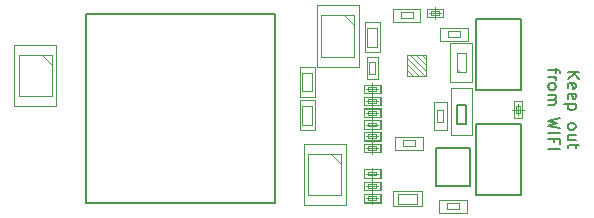
<source format=gbr>
G04 #@! TF.GenerationSoftware,KiCad,Pcbnew,(5.1.4)-1*
G04 #@! TF.CreationDate,2019-11-17T19:28:04+01:00*
G04 #@! TF.ProjectId,Open_Telemetry_digitalSensorShield,4f70656e-5f54-4656-9c65-6d657472795f,P1A - Prototype manuf.*
G04 #@! TF.SameCoordinates,Original*
G04 #@! TF.FileFunction,Drawing*
%FSLAX46Y46*%
G04 Gerber Fmt 4.6, Leading zero omitted, Abs format (unit mm)*
G04 Created by KiCad (PCBNEW (5.1.4)-1) date 2019-11-17 19:28:04*
%MOMM*%
%LPD*%
G04 APERTURE LIST*
%ADD10C,0.150000*%
%ADD11C,0.200000*%
%ADD12C,0.001000*%
%ADD13C,0.050000*%
%ADD14C,0.100000*%
G04 APERTURE END LIST*
D10*
X262056119Y-140367142D02*
X263056119Y-140367142D01*
X262056119Y-140938571D02*
X262627547Y-140510000D01*
X263056119Y-140938571D02*
X262484690Y-140367142D01*
X262103738Y-141748095D02*
X262056119Y-141652857D01*
X262056119Y-141462380D01*
X262103738Y-141367142D01*
X262198976Y-141319523D01*
X262579928Y-141319523D01*
X262675166Y-141367142D01*
X262722785Y-141462380D01*
X262722785Y-141652857D01*
X262675166Y-141748095D01*
X262579928Y-141795714D01*
X262484690Y-141795714D01*
X262389452Y-141319523D01*
X262103738Y-142605238D02*
X262056119Y-142510000D01*
X262056119Y-142319523D01*
X262103738Y-142224285D01*
X262198976Y-142176666D01*
X262579928Y-142176666D01*
X262675166Y-142224285D01*
X262722785Y-142319523D01*
X262722785Y-142510000D01*
X262675166Y-142605238D01*
X262579928Y-142652857D01*
X262484690Y-142652857D01*
X262389452Y-142176666D01*
X262722785Y-143081428D02*
X261722785Y-143081428D01*
X262675166Y-143081428D02*
X262722785Y-143176666D01*
X262722785Y-143367142D01*
X262675166Y-143462380D01*
X262627547Y-143510000D01*
X262532309Y-143557619D01*
X262246595Y-143557619D01*
X262151357Y-143510000D01*
X262103738Y-143462380D01*
X262056119Y-143367142D01*
X262056119Y-143176666D01*
X262103738Y-143081428D01*
X262056119Y-144890952D02*
X262103738Y-144795714D01*
X262151357Y-144748095D01*
X262246595Y-144700476D01*
X262532309Y-144700476D01*
X262627547Y-144748095D01*
X262675166Y-144795714D01*
X262722785Y-144890952D01*
X262722785Y-145033809D01*
X262675166Y-145129047D01*
X262627547Y-145176666D01*
X262532309Y-145224285D01*
X262246595Y-145224285D01*
X262151357Y-145176666D01*
X262103738Y-145129047D01*
X262056119Y-145033809D01*
X262056119Y-144890952D01*
X262722785Y-146081428D02*
X262056119Y-146081428D01*
X262722785Y-145652857D02*
X262198976Y-145652857D01*
X262103738Y-145700476D01*
X262056119Y-145795714D01*
X262056119Y-145938571D01*
X262103738Y-146033809D01*
X262151357Y-146081428D01*
X262722785Y-146414761D02*
X262722785Y-146795714D01*
X263056119Y-146557619D02*
X262198976Y-146557619D01*
X262103738Y-146605238D01*
X262056119Y-146700476D01*
X262056119Y-146795714D01*
X261072785Y-140033809D02*
X261072785Y-140414761D01*
X260406119Y-140176666D02*
X261263261Y-140176666D01*
X261358500Y-140224285D01*
X261406119Y-140319523D01*
X261406119Y-140414761D01*
X260406119Y-140748095D02*
X261072785Y-140748095D01*
X260882309Y-140748095D02*
X260977547Y-140795714D01*
X261025166Y-140843333D01*
X261072785Y-140938571D01*
X261072785Y-141033809D01*
X260406119Y-141510000D02*
X260453738Y-141414761D01*
X260501357Y-141367142D01*
X260596595Y-141319523D01*
X260882309Y-141319523D01*
X260977547Y-141367142D01*
X261025166Y-141414761D01*
X261072785Y-141510000D01*
X261072785Y-141652857D01*
X261025166Y-141748095D01*
X260977547Y-141795714D01*
X260882309Y-141843333D01*
X260596595Y-141843333D01*
X260501357Y-141795714D01*
X260453738Y-141748095D01*
X260406119Y-141652857D01*
X260406119Y-141510000D01*
X260406119Y-142271904D02*
X261072785Y-142271904D01*
X260977547Y-142271904D02*
X261025166Y-142319523D01*
X261072785Y-142414761D01*
X261072785Y-142557619D01*
X261025166Y-142652857D01*
X260929928Y-142700476D01*
X260406119Y-142700476D01*
X260929928Y-142700476D02*
X261025166Y-142748095D01*
X261072785Y-142843333D01*
X261072785Y-142986190D01*
X261025166Y-143081428D01*
X260929928Y-143129047D01*
X260406119Y-143129047D01*
X261406119Y-144271904D02*
X260406119Y-144510000D01*
X261120404Y-144700476D01*
X260406119Y-144890952D01*
X261406119Y-145129047D01*
X260406119Y-145510000D02*
X261406119Y-145510000D01*
X260929928Y-146319523D02*
X260929928Y-145986190D01*
X260406119Y-145986190D02*
X261406119Y-145986190D01*
X261406119Y-146462380D01*
X260406119Y-146843333D02*
X261406119Y-146843333D01*
D11*
X254314880Y-150769580D02*
X254314880Y-144769580D01*
X254314880Y-144769580D02*
X258114880Y-144769580D01*
X258114880Y-144769580D02*
X258114880Y-150769580D01*
X258114880Y-150769580D02*
X254314880Y-150769580D01*
X254314880Y-141907520D02*
X254314880Y-135907520D01*
X254314880Y-135907520D02*
X258114880Y-135907520D01*
X258114880Y-135907520D02*
X258114880Y-141907520D01*
X258114880Y-141907520D02*
X254314880Y-141907520D01*
D12*
X245815000Y-141635000D02*
X245185000Y-141635000D01*
X245185000Y-141635000D02*
X245185000Y-141965000D01*
X245185000Y-141965000D02*
X245815000Y-141965000D01*
X245815000Y-141965000D02*
X245815000Y-141635000D01*
D13*
X246210000Y-141440000D02*
X244790000Y-141440000D01*
X244790000Y-141440000D02*
X244790000Y-142160000D01*
X244790000Y-142160000D02*
X246210000Y-142160000D01*
X246210000Y-142160000D02*
X246210000Y-141440000D01*
X245500000Y-141300000D02*
X245500000Y-142300000D01*
X246000000Y-141800000D02*
X245000000Y-141800000D01*
D14*
X246200000Y-141450000D02*
X244800000Y-141450000D01*
X244800000Y-141450000D02*
X244800000Y-142150000D01*
X244800000Y-142150000D02*
X246200000Y-142150000D01*
X246200000Y-142150000D02*
X246200000Y-141450000D01*
D11*
X221289000Y-135408000D02*
X237289000Y-135408000D01*
X237289000Y-135408000D02*
X237289000Y-151408000D01*
X237289000Y-151408000D02*
X221289000Y-151408000D01*
X221289000Y-151408000D02*
X221289000Y-135408000D01*
D13*
X247245000Y-135010000D02*
X249595000Y-135010000D01*
X249595000Y-135010000D02*
X249595000Y-136110000D01*
X249595000Y-136110000D02*
X247245000Y-136110000D01*
X247245000Y-136110000D02*
X247245000Y-135010000D01*
D14*
X247920000Y-135310000D02*
X248920000Y-135310000D01*
X248920000Y-135310000D02*
X248920000Y-135810000D01*
X248920000Y-135810000D02*
X247920000Y-135810000D01*
X247920000Y-135810000D02*
X247920000Y-135310000D01*
D13*
X247422420Y-145840360D02*
X249772420Y-145840360D01*
X249772420Y-145840360D02*
X249772420Y-146940360D01*
X249772420Y-146940360D02*
X247422420Y-146940360D01*
X247422420Y-146940360D02*
X247422420Y-145840360D01*
D14*
X248097420Y-146140360D02*
X249097420Y-146140360D01*
X249097420Y-146140360D02*
X249097420Y-146640360D01*
X249097420Y-146640360D02*
X248097420Y-146640360D01*
X248097420Y-146640360D02*
X248097420Y-146140360D01*
D12*
X245815000Y-150885000D02*
X245185000Y-150885000D01*
X245185000Y-150885000D02*
X245185000Y-151215000D01*
X245185000Y-151215000D02*
X245815000Y-151215000D01*
X245815000Y-151215000D02*
X245815000Y-150885000D01*
D13*
X246210000Y-150690000D02*
X244790000Y-150690000D01*
X244790000Y-150690000D02*
X244790000Y-151410000D01*
X244790000Y-151410000D02*
X246210000Y-151410000D01*
X246210000Y-151410000D02*
X246210000Y-150690000D01*
X245500000Y-150550000D02*
X245500000Y-151550000D01*
X246000000Y-151050000D02*
X245000000Y-151050000D01*
D14*
X246200000Y-150700000D02*
X244800000Y-150700000D01*
X244800000Y-150700000D02*
X244800000Y-151400000D01*
X244800000Y-151400000D02*
X246200000Y-151400000D01*
X246200000Y-151400000D02*
X246200000Y-150700000D01*
D12*
X258005000Y-143845000D02*
X258005000Y-143215000D01*
X258005000Y-143215000D02*
X257675000Y-143215000D01*
X257675000Y-143215000D02*
X257675000Y-143845000D01*
X257675000Y-143845000D02*
X258005000Y-143845000D01*
D13*
X258200000Y-144240000D02*
X258200000Y-142820000D01*
X258200000Y-142820000D02*
X257480000Y-142820000D01*
X257480000Y-142820000D02*
X257480000Y-144240000D01*
X257480000Y-144240000D02*
X258200000Y-144240000D01*
X258340000Y-143530000D02*
X257340000Y-143530000D01*
X257840000Y-144030000D02*
X257840000Y-143030000D01*
D14*
X258190000Y-144230000D02*
X258190000Y-142830000D01*
X258190000Y-142830000D02*
X257490000Y-142830000D01*
X257490000Y-142830000D02*
X257490000Y-144230000D01*
X257490000Y-144230000D02*
X258190000Y-144230000D01*
D13*
X251145000Y-151150000D02*
X253495000Y-151150000D01*
X253495000Y-151150000D02*
X253495000Y-152250000D01*
X253495000Y-152250000D02*
X251145000Y-152250000D01*
X251145000Y-152250000D02*
X251145000Y-151150000D01*
D14*
X251820000Y-151450000D02*
X252820000Y-151450000D01*
X252820000Y-151450000D02*
X252820000Y-151950000D01*
X252820000Y-151950000D02*
X251820000Y-151950000D01*
X251820000Y-151950000D02*
X251820000Y-151450000D01*
D13*
X251800000Y-142925000D02*
X251800000Y-145275000D01*
X251800000Y-145275000D02*
X250700000Y-145275000D01*
X250700000Y-145275000D02*
X250700000Y-142925000D01*
X250700000Y-142925000D02*
X251800000Y-142925000D01*
D14*
X251500000Y-143600000D02*
X251500000Y-144600000D01*
X251500000Y-144600000D02*
X251000000Y-144600000D01*
X251000000Y-144600000D02*
X251000000Y-143600000D01*
X251000000Y-143600000D02*
X251500000Y-143600000D01*
D12*
X250515000Y-135535000D02*
X251145000Y-135535000D01*
X251145000Y-135535000D02*
X251145000Y-135205000D01*
X251145000Y-135205000D02*
X250515000Y-135205000D01*
X250515000Y-135205000D02*
X250515000Y-135535000D01*
D13*
X250120000Y-135730000D02*
X251540000Y-135730000D01*
X251540000Y-135730000D02*
X251540000Y-135010000D01*
X251540000Y-135010000D02*
X250120000Y-135010000D01*
X250120000Y-135010000D02*
X250120000Y-135730000D01*
X250830000Y-135870000D02*
X250830000Y-134870000D01*
X250330000Y-135370000D02*
X251330000Y-135370000D01*
D14*
X250130000Y-135720000D02*
X251530000Y-135720000D01*
X251530000Y-135720000D02*
X251530000Y-135020000D01*
X251530000Y-135020000D02*
X250130000Y-135020000D01*
X250130000Y-135020000D02*
X250130000Y-135720000D01*
D12*
X245185000Y-145965000D02*
X245815000Y-145965000D01*
X245815000Y-145965000D02*
X245815000Y-145635000D01*
X245815000Y-145635000D02*
X245185000Y-145635000D01*
X245185000Y-145635000D02*
X245185000Y-145965000D01*
D13*
X244790000Y-146160000D02*
X246210000Y-146160000D01*
X246210000Y-146160000D02*
X246210000Y-145440000D01*
X246210000Y-145440000D02*
X244790000Y-145440000D01*
X244790000Y-145440000D02*
X244790000Y-146160000D01*
X245500000Y-146300000D02*
X245500000Y-145300000D01*
X245000000Y-145800000D02*
X246000000Y-145800000D01*
D14*
X244800000Y-146150000D02*
X246200000Y-146150000D01*
X246200000Y-146150000D02*
X246200000Y-145450000D01*
X246200000Y-145450000D02*
X244800000Y-145450000D01*
X244800000Y-145450000D02*
X244800000Y-146150000D01*
D12*
X245185000Y-146965000D02*
X245815000Y-146965000D01*
X245815000Y-146965000D02*
X245815000Y-146635000D01*
X245815000Y-146635000D02*
X245185000Y-146635000D01*
X245185000Y-146635000D02*
X245185000Y-146965000D01*
D13*
X244790000Y-147160000D02*
X246210000Y-147160000D01*
X246210000Y-147160000D02*
X246210000Y-146440000D01*
X246210000Y-146440000D02*
X244790000Y-146440000D01*
X244790000Y-146440000D02*
X244790000Y-147160000D01*
X245500000Y-147300000D02*
X245500000Y-146300000D01*
X245000000Y-146800000D02*
X246000000Y-146800000D01*
D14*
X244800000Y-147150000D02*
X246200000Y-147150000D01*
X246200000Y-147150000D02*
X246200000Y-146450000D01*
X246200000Y-146450000D02*
X244800000Y-146450000D01*
X244800000Y-146450000D02*
X244800000Y-147150000D01*
D12*
X245185000Y-144965000D02*
X245815000Y-144965000D01*
X245815000Y-144965000D02*
X245815000Y-144635000D01*
X245815000Y-144635000D02*
X245185000Y-144635000D01*
X245185000Y-144635000D02*
X245185000Y-144965000D01*
D13*
X244790000Y-145160000D02*
X246210000Y-145160000D01*
X246210000Y-145160000D02*
X246210000Y-144440000D01*
X246210000Y-144440000D02*
X244790000Y-144440000D01*
X244790000Y-144440000D02*
X244790000Y-145160000D01*
X245500000Y-145300000D02*
X245500000Y-144300000D01*
X245000000Y-144800000D02*
X246000000Y-144800000D01*
D14*
X244800000Y-145150000D02*
X246200000Y-145150000D01*
X246200000Y-145150000D02*
X246200000Y-144450000D01*
X246200000Y-144450000D02*
X244800000Y-144450000D01*
X244800000Y-144450000D02*
X244800000Y-145150000D01*
D12*
X245185000Y-143965000D02*
X245815000Y-143965000D01*
X245815000Y-143965000D02*
X245815000Y-143635000D01*
X245815000Y-143635000D02*
X245185000Y-143635000D01*
X245185000Y-143635000D02*
X245185000Y-143965000D01*
D13*
X244790000Y-144160000D02*
X246210000Y-144160000D01*
X246210000Y-144160000D02*
X246210000Y-143440000D01*
X246210000Y-143440000D02*
X244790000Y-143440000D01*
X244790000Y-143440000D02*
X244790000Y-144160000D01*
X245500000Y-144300000D02*
X245500000Y-143300000D01*
X245000000Y-143800000D02*
X246000000Y-143800000D01*
D14*
X244800000Y-144150000D02*
X246200000Y-144150000D01*
X246200000Y-144150000D02*
X246200000Y-143450000D01*
X246200000Y-143450000D02*
X244800000Y-143450000D01*
X244800000Y-143450000D02*
X244800000Y-144150000D01*
D12*
X245185000Y-150165000D02*
X245815000Y-150165000D01*
X245815000Y-150165000D02*
X245815000Y-149835000D01*
X245815000Y-149835000D02*
X245185000Y-149835000D01*
X245185000Y-149835000D02*
X245185000Y-150165000D01*
D13*
X244790000Y-150360000D02*
X246210000Y-150360000D01*
X246210000Y-150360000D02*
X246210000Y-149640000D01*
X246210000Y-149640000D02*
X244790000Y-149640000D01*
X244790000Y-149640000D02*
X244790000Y-150360000D01*
X245500000Y-150500000D02*
X245500000Y-149500000D01*
X245000000Y-150000000D02*
X246000000Y-150000000D01*
D14*
X244800000Y-150350000D02*
X246200000Y-150350000D01*
X246200000Y-150350000D02*
X246200000Y-149650000D01*
X246200000Y-149650000D02*
X244800000Y-149650000D01*
X244800000Y-149650000D02*
X244800000Y-150350000D01*
D13*
X245960000Y-139085000D02*
X245960000Y-140915000D01*
X245960000Y-140915000D02*
X245040000Y-140915000D01*
X245040000Y-140915000D02*
X245040000Y-139085000D01*
X245040000Y-139085000D02*
X245960000Y-139085000D01*
D14*
X245750000Y-139500000D02*
X245750000Y-140500000D01*
X245750000Y-140500000D02*
X245250000Y-140500000D01*
X245250000Y-140500000D02*
X245250000Y-139500000D01*
X245250000Y-139500000D02*
X245750000Y-139500000D01*
X242050000Y-147280000D02*
X242900000Y-148130000D01*
X240100000Y-147280000D02*
X242900000Y-147280000D01*
X240100000Y-150780000D02*
X240100000Y-147280000D01*
X242900000Y-150780000D02*
X240100000Y-150780000D01*
X242900000Y-147280000D02*
X242900000Y-150780000D01*
D13*
X239750000Y-146430000D02*
X243250000Y-146430000D01*
X239750000Y-151630000D02*
X239750000Y-146430000D01*
X243250000Y-151630000D02*
X239750000Y-151630000D01*
X243250000Y-146430000D02*
X243250000Y-151630000D01*
X244350000Y-134700000D02*
X244350000Y-139900000D01*
X244350000Y-139900000D02*
X240850000Y-139900000D01*
X240850000Y-139900000D02*
X240850000Y-134700000D01*
X240850000Y-134700000D02*
X244350000Y-134700000D01*
D14*
X244000000Y-135550000D02*
X244000000Y-139050000D01*
X244000000Y-139050000D02*
X241200000Y-139050000D01*
X241200000Y-139050000D02*
X241200000Y-135550000D01*
X241200000Y-135550000D02*
X244000000Y-135550000D01*
X243150000Y-135550000D02*
X244000000Y-136400000D01*
X217517000Y-138915000D02*
X218367000Y-139765000D01*
X215567000Y-138915000D02*
X218367000Y-138915000D01*
X215567000Y-142415000D02*
X215567000Y-138915000D01*
X218367000Y-142415000D02*
X215567000Y-142415000D01*
X218367000Y-138915000D02*
X218367000Y-142415000D01*
D13*
X215217000Y-138065000D02*
X218717000Y-138065000D01*
X215217000Y-143265000D02*
X215217000Y-138065000D01*
X218717000Y-143265000D02*
X215217000Y-143265000D01*
X218717000Y-138065000D02*
X218717000Y-143265000D01*
D14*
X252927000Y-140348000D02*
X252660000Y-140081000D01*
X253460000Y-140348000D02*
X252660000Y-140348000D01*
X253460000Y-138748000D02*
X253460000Y-140348000D01*
X252660000Y-138748000D02*
X253460000Y-138748000D01*
X252660000Y-140348000D02*
X252660000Y-138748000D01*
D13*
X253985000Y-141223000D02*
X252135000Y-141223000D01*
X253985000Y-137873000D02*
X253985000Y-141223000D01*
X252135000Y-137873000D02*
X253985000Y-137873000D01*
X252135000Y-141223000D02*
X252135000Y-137873000D01*
D14*
X252186000Y-145667000D02*
X252186000Y-141742000D01*
X253986000Y-145667000D02*
X252186000Y-145667000D01*
X253986000Y-141742000D02*
X253986000Y-145667000D01*
X252186000Y-141742000D02*
X253986000Y-141742000D01*
D11*
X252686000Y-144742000D02*
X252686000Y-143142000D01*
X253486000Y-144742000D02*
X252686000Y-144742000D01*
X253486000Y-143142000D02*
X253486000Y-144742000D01*
X252686000Y-143142000D02*
X253486000Y-143142000D01*
D14*
X244800000Y-148600000D02*
X244800000Y-149300000D01*
X246200000Y-148600000D02*
X244800000Y-148600000D01*
X246200000Y-149300000D02*
X246200000Y-148600000D01*
X244800000Y-149300000D02*
X246200000Y-149300000D01*
D13*
X245000000Y-148950000D02*
X246000000Y-148950000D01*
X245500000Y-149450000D02*
X245500000Y-148450000D01*
X244790000Y-148590000D02*
X244790000Y-149310000D01*
X246210000Y-148590000D02*
X244790000Y-148590000D01*
X246210000Y-149310000D02*
X246210000Y-148590000D01*
X244790000Y-149310000D02*
X246210000Y-149310000D01*
D12*
X245185000Y-148785000D02*
X245185000Y-149115000D01*
X245815000Y-148785000D02*
X245185000Y-148785000D01*
X245815000Y-149115000D02*
X245815000Y-148785000D01*
X245185000Y-149115000D02*
X245815000Y-149115000D01*
X245185000Y-142965000D02*
X245815000Y-142965000D01*
X245815000Y-142965000D02*
X245815000Y-142635000D01*
X245815000Y-142635000D02*
X245185000Y-142635000D01*
X245185000Y-142635000D02*
X245185000Y-142965000D01*
D13*
X244790000Y-143160000D02*
X246210000Y-143160000D01*
X246210000Y-143160000D02*
X246210000Y-142440000D01*
X246210000Y-142440000D02*
X244790000Y-142440000D01*
X244790000Y-142440000D02*
X244790000Y-143160000D01*
X245500000Y-143300000D02*
X245500000Y-142300000D01*
X245000000Y-142800000D02*
X246000000Y-142800000D01*
D14*
X244800000Y-143150000D02*
X246200000Y-143150000D01*
X246200000Y-143150000D02*
X246200000Y-142450000D01*
X246200000Y-142450000D02*
X244800000Y-142450000D01*
X244800000Y-142450000D02*
X244800000Y-143150000D01*
D13*
X250071000Y-139267000D02*
X249731000Y-138927000D01*
X250071000Y-139767000D02*
X249231000Y-138927000D01*
X250071000Y-140267000D02*
X248731000Y-138927000D01*
X249981000Y-140677000D02*
X248481000Y-139177000D01*
X249481000Y-140677000D02*
X248481000Y-139677000D01*
X248981000Y-140677000D02*
X248481000Y-140177000D01*
X250071000Y-140677000D02*
X248481000Y-140677000D01*
X248481000Y-138927000D02*
X248481000Y-140677000D01*
X250071000Y-138927000D02*
X248481000Y-138927000D01*
X250071000Y-138927000D02*
X250071000Y-140677000D01*
D14*
X249290000Y-150700000D02*
X249290000Y-151500000D01*
X247690000Y-150700000D02*
X249290000Y-150700000D01*
X247690000Y-151500000D02*
X247690000Y-150700000D01*
X249290000Y-151500000D02*
X247690000Y-151500000D01*
D13*
X249730000Y-150460000D02*
X249730000Y-151740000D01*
X247250000Y-150460000D02*
X249730000Y-150460000D01*
X247250000Y-151740000D02*
X247250000Y-150460000D01*
X249730000Y-151740000D02*
X247250000Y-151740000D01*
X244860000Y-138640000D02*
X244860000Y-136160000D01*
X244860000Y-136160000D02*
X246140000Y-136160000D01*
X246140000Y-136160000D02*
X246140000Y-138640000D01*
X246140000Y-138640000D02*
X244860000Y-138640000D01*
D14*
X245100000Y-138200000D02*
X245100000Y-136600000D01*
X245100000Y-136600000D02*
X245900000Y-136600000D01*
X245900000Y-136600000D02*
X245900000Y-138200000D01*
X245900000Y-138200000D02*
X245100000Y-138200000D01*
D13*
X240640000Y-139960000D02*
X240640000Y-142440000D01*
X240640000Y-142440000D02*
X239360000Y-142440000D01*
X239360000Y-142440000D02*
X239360000Y-139960000D01*
X239360000Y-139960000D02*
X240640000Y-139960000D01*
D14*
X240400000Y-140400000D02*
X240400000Y-142000000D01*
X240400000Y-142000000D02*
X239600000Y-142000000D01*
X239600000Y-142000000D02*
X239600000Y-140400000D01*
X239600000Y-140400000D02*
X240400000Y-140400000D01*
X239600000Y-143200000D02*
X240400000Y-143200000D01*
X239600000Y-144800000D02*
X239600000Y-143200000D01*
X240400000Y-144800000D02*
X239600000Y-144800000D01*
X240400000Y-143200000D02*
X240400000Y-144800000D01*
D13*
X239360000Y-142760000D02*
X240640000Y-142760000D01*
X239360000Y-145240000D02*
X239360000Y-142760000D01*
X240640000Y-145240000D02*
X239360000Y-145240000D01*
X240640000Y-142760000D02*
X240640000Y-145240000D01*
D11*
X253790000Y-146780000D02*
X253790000Y-149980000D01*
X250890000Y-146780000D02*
X253790000Y-146780000D01*
X250890000Y-149980000D02*
X250890000Y-146780000D01*
X253790000Y-149980000D02*
X250890000Y-149980000D01*
D14*
X251950000Y-137400000D02*
X251950000Y-136900000D01*
X252950000Y-137400000D02*
X251950000Y-137400000D01*
X252950000Y-136900000D02*
X252950000Y-137400000D01*
X251950000Y-136900000D02*
X252950000Y-136900000D01*
D13*
X251275000Y-137700000D02*
X251275000Y-136600000D01*
X253625000Y-137700000D02*
X251275000Y-137700000D01*
X253625000Y-136600000D02*
X253625000Y-137700000D01*
X251275000Y-136600000D02*
X253625000Y-136600000D01*
M02*

</source>
